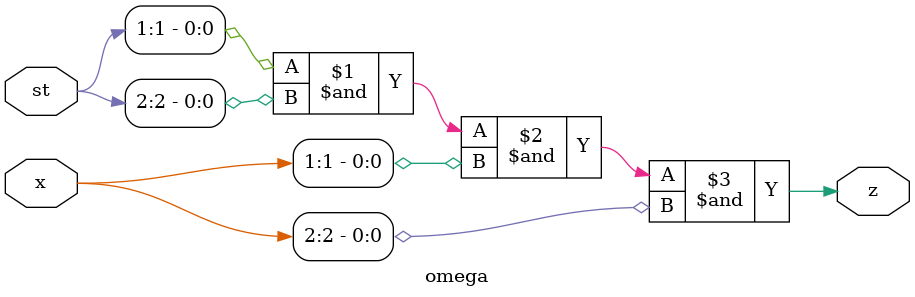
<source format=sv>
module omega (output z,input [1:2]st,input [1:2]x);
  assign z= st[1] & st[2] & x[1] & x[2];
endmodule

</source>
